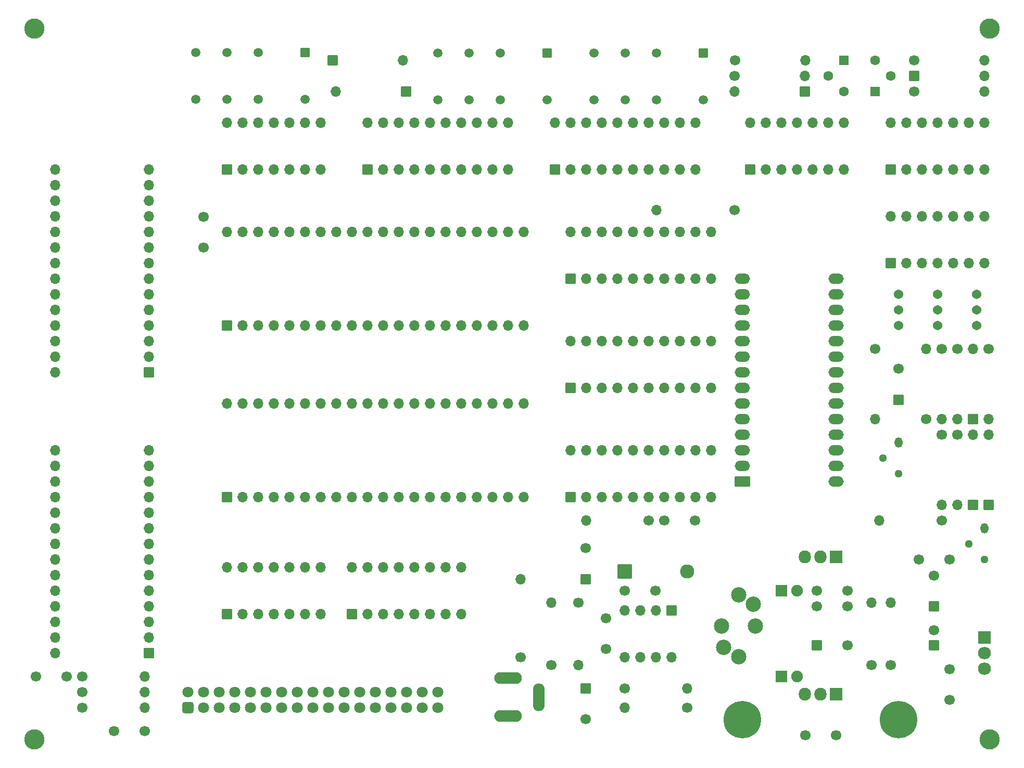
<source format=gts>
G04 #@! TF.GenerationSoftware,KiCad,Pcbnew,6.0.10-86aedd382b~118~ubuntu18.04.1*
G04 #@! TF.CreationDate,2023-11-20T15:15:36+00:00*
G04 #@! TF.ProjectId,micron_plus,6d696372-6f6e-45f7-906c-75732e6b6963,rev?*
G04 #@! TF.SameCoordinates,Original*
G04 #@! TF.FileFunction,Soldermask,Top*
G04 #@! TF.FilePolarity,Negative*
%FSLAX46Y46*%
G04 Gerber Fmt 4.6, Leading zero omitted, Abs format (unit mm)*
G04 Created by KiCad (PCBNEW 6.0.10-86aedd382b~118~ubuntu18.04.1) date 2023-11-20 15:15:36*
%MOMM*%
%LPD*%
G01*
G04 APERTURE LIST*
G04 Aperture macros list*
%AMRoundRect*
0 Rectangle with rounded corners*
0 $1 Rounding radius*
0 $2 $3 $4 $5 $6 $7 $8 $9 X,Y pos of 4 corners*
0 Add a 4 corners polygon primitive as box body*
4,1,4,$2,$3,$4,$5,$6,$7,$8,$9,$2,$3,0*
0 Add four circle primitives for the rounded corners*
1,1,$1+$1,$2,$3*
1,1,$1+$1,$4,$5*
1,1,$1+$1,$6,$7*
1,1,$1+$1,$8,$9*
0 Add four rect primitives between the rounded corners*
20,1,$1+$1,$2,$3,$4,$5,0*
20,1,$1+$1,$4,$5,$6,$7,0*
20,1,$1+$1,$6,$7,$8,$9,0*
20,1,$1+$1,$8,$9,$2,$3,0*%
G04 Aperture macros list end*
%ADD10RoundRect,0.050000X-0.700000X0.700000X-0.700000X-0.700000X0.700000X-0.700000X0.700000X0.700000X0*%
%ADD11C,1.500000*%
%ADD12C,1.540000*%
%ADD13RoundRect,0.050000X0.800000X-0.800000X0.800000X0.800000X-0.800000X0.800000X-0.800000X-0.800000X0*%
%ADD14C,1.700000*%
%ADD15RoundRect,0.050000X-0.800000X0.800000X-0.800000X-0.800000X0.800000X-0.800000X0.800000X0.800000X0*%
%ADD16O,1.700000X1.700000*%
%ADD17RoundRect,0.050000X0.800000X0.800000X-0.800000X0.800000X-0.800000X-0.800000X0.800000X-0.800000X0*%
%ADD18C,3.300000*%
%ADD19RoundRect,0.050000X-1.100000X-1.100000X1.100000X-1.100000X1.100000X1.100000X-1.100000X1.100000X0*%
%ADD20O,2.300000X2.300000*%
%ADD21RoundRect,0.952000X-1.300000X0.000000X1.300000X0.000000X1.300000X0.000000X-1.300000X0.000000X0*%
%ADD22RoundRect,0.952000X0.000000X-1.300000X0.000000X1.300000X0.000000X1.300000X0.000000X-1.300000X0*%
%ADD23RoundRect,0.952000X1.300000X0.000000X-1.300000X0.000000X-1.300000X0.000000X1.300000X0.000000X0*%
%ADD24O,1.300000X1.700000*%
%ADD25O,1.300000X1.300000*%
%ADD26RoundRect,0.050000X0.952500X1.000000X-0.952500X1.000000X-0.952500X-1.000000X0.952500X-1.000000X0*%
%ADD27O,2.005000X2.100000*%
%ADD28RoundRect,0.050000X0.750000X-0.750000X0.750000X0.750000X-0.750000X0.750000X-0.750000X-0.750000X0*%
%ADD29C,1.600000*%
%ADD30RoundRect,0.300000X0.600000X-0.600000X0.600000X0.600000X-0.600000X0.600000X-0.600000X-0.600000X0*%
%ADD31C,1.800000*%
%ADD32RoundRect,0.050000X-0.800000X-0.800000X0.800000X-0.800000X0.800000X0.800000X-0.800000X0.800000X0*%
%ADD33RoundRect,0.050000X-0.750000X0.750000X-0.750000X-0.750000X0.750000X-0.750000X0.750000X0.750000X0*%
%ADD34RoundRect,0.050000X-1.000000X0.952500X-1.000000X-0.952500X1.000000X-0.952500X1.000000X0.952500X0*%
%ADD35O,2.100000X2.005000*%
%ADD36C,6.100000*%
%ADD37C,2.500000*%
%ADD38RoundRect,0.050000X-0.900000X-0.900000X0.900000X-0.900000X0.900000X0.900000X-0.900000X0.900000X0*%
%ADD39C,1.900000*%
%ADD40RoundRect,0.050000X-1.200000X-0.800000X1.200000X-0.800000X1.200000X0.800000X-1.200000X0.800000X0*%
%ADD41O,2.500000X1.700000*%
G04 APERTURE END LIST*
D10*
X128237500Y-29257500D03*
D11*
X120617500Y-29257500D03*
X115537500Y-29257500D03*
X110457500Y-29257500D03*
X110457500Y-36877500D03*
X115537500Y-36877500D03*
X120617500Y-36877500D03*
X128237500Y-36877500D03*
D12*
X198120000Y-68570000D03*
X198120000Y-71110000D03*
X198120000Y-73650000D03*
D13*
X185420000Y-85725000D03*
D14*
X185420000Y-80725000D03*
D15*
X148510000Y-120025000D03*
D16*
X145970000Y-120025000D03*
X143430000Y-120025000D03*
X140890000Y-120025000D03*
X140890000Y-127645000D03*
X143430000Y-127645000D03*
X145970000Y-127645000D03*
X148510000Y-127645000D03*
D14*
X194945000Y-91440000D03*
D16*
X194945000Y-102870000D03*
D10*
X153637500Y-29257500D03*
D11*
X146017500Y-29257500D03*
X140937500Y-29257500D03*
X135857500Y-29257500D03*
X135857500Y-36877500D03*
X140937500Y-36877500D03*
X146017500Y-36877500D03*
X153637500Y-36877500D03*
D14*
X192405000Y-91440000D03*
D16*
X192405000Y-102870000D03*
D17*
X63500000Y-81270000D03*
D16*
X63500000Y-78730000D03*
X63500000Y-76190000D03*
X63500000Y-73650000D03*
X63500000Y-71110000D03*
X63500000Y-68570000D03*
X63500000Y-66030000D03*
X63500000Y-63490000D03*
X63500000Y-60950000D03*
X63500000Y-58410000D03*
X63500000Y-55870000D03*
X63500000Y-53330000D03*
X63500000Y-50790000D03*
X63500000Y-48250000D03*
X48260000Y-48250000D03*
X48260000Y-50790000D03*
X48260000Y-53330000D03*
X48260000Y-55870000D03*
X48260000Y-58410000D03*
X48260000Y-60950000D03*
X48260000Y-63490000D03*
X48260000Y-66030000D03*
X48260000Y-68570000D03*
X48260000Y-71110000D03*
X48260000Y-73650000D03*
X48260000Y-76190000D03*
X48260000Y-78730000D03*
X48260000Y-81270000D03*
D14*
X158750000Y-54864000D03*
D16*
X146050000Y-54864000D03*
D14*
X52665000Y-135890000D03*
D16*
X62825000Y-135890000D03*
D18*
X44890000Y-141080000D03*
D14*
X181610000Y-77470000D03*
D16*
X181610000Y-88900000D03*
D14*
X50085000Y-130810000D03*
X45085000Y-130810000D03*
X172125000Y-116840000D03*
X177125000Y-116840000D03*
X172125000Y-119380000D03*
X177125000Y-119380000D03*
D19*
X140890000Y-113665000D03*
D20*
X151050000Y-113665000D03*
D21*
X121920000Y-131080000D03*
D22*
X126920000Y-134180000D03*
D23*
X121920000Y-137280000D03*
D18*
X200220000Y-25290000D03*
D24*
X185420000Y-92710000D03*
D25*
X182880000Y-95250000D03*
X185420000Y-97790000D03*
D26*
X175260000Y-111323000D03*
D27*
X172720000Y-111323000D03*
X170180000Y-111323000D03*
D13*
X184145000Y-63515000D03*
D16*
X186685000Y-63515000D03*
X189225000Y-63515000D03*
X191765000Y-63515000D03*
X194305000Y-63515000D03*
X196845000Y-63515000D03*
X199385000Y-63515000D03*
X199385000Y-55895000D03*
X196845000Y-55895000D03*
X194305000Y-55895000D03*
X191765000Y-55895000D03*
X189225000Y-55895000D03*
X186685000Y-55895000D03*
X184145000Y-55895000D03*
D14*
X62825000Y-139700000D03*
X57825000Y-139700000D03*
D28*
X181610000Y-35560000D03*
D29*
X184150000Y-33020000D03*
X181610000Y-30480000D03*
D30*
X69850000Y-135890000D03*
D31*
X69850000Y-133350000D03*
X72390000Y-135890000D03*
X72390000Y-133350000D03*
X74930000Y-135890000D03*
X74930000Y-133350000D03*
X77470000Y-135890000D03*
X77470000Y-133350000D03*
X80010000Y-135890000D03*
X80010000Y-133350000D03*
X82550000Y-135890000D03*
X82550000Y-133350000D03*
X85090000Y-135890000D03*
X85090000Y-133350000D03*
X87630000Y-135890000D03*
X87630000Y-133350000D03*
X90170000Y-135890000D03*
X90170000Y-133350000D03*
X92710000Y-135890000D03*
X92710000Y-133350000D03*
X95250000Y-135890000D03*
X95250000Y-133350000D03*
X97790000Y-135890000D03*
X97790000Y-133350000D03*
X100330000Y-135890000D03*
X100330000Y-133350000D03*
X102870000Y-135890000D03*
X102870000Y-133350000D03*
X105410000Y-135890000D03*
X105410000Y-133350000D03*
X107950000Y-135890000D03*
X107950000Y-133350000D03*
X110490000Y-135890000D03*
X110490000Y-133350000D03*
D14*
X52665000Y-133350000D03*
D16*
X62825000Y-133350000D03*
D14*
X187960000Y-35560000D03*
D16*
X199390000Y-35560000D03*
D32*
X172085000Y-125730000D03*
D14*
X177085000Y-125730000D03*
D12*
X185420000Y-68570000D03*
X185420000Y-71110000D03*
X185420000Y-73650000D03*
D14*
X193675000Y-129580000D03*
X193675000Y-134580000D03*
X192405000Y-77470000D03*
D16*
X192405000Y-88900000D03*
D13*
X99060000Y-48260000D03*
D16*
X101600000Y-48260000D03*
X104140000Y-48260000D03*
X106680000Y-48260000D03*
X109220000Y-48260000D03*
X111760000Y-48260000D03*
X114300000Y-48260000D03*
X116840000Y-48260000D03*
X119380000Y-48260000D03*
X121920000Y-48260000D03*
X121920000Y-40640000D03*
X119380000Y-40640000D03*
X116840000Y-40640000D03*
X114300000Y-40640000D03*
X111760000Y-40640000D03*
X109220000Y-40640000D03*
X106680000Y-40640000D03*
X104140000Y-40640000D03*
X101600000Y-40640000D03*
X99060000Y-40640000D03*
D14*
X151050000Y-135890000D03*
D16*
X140890000Y-135890000D03*
D14*
X133350000Y-118745000D03*
D16*
X133350000Y-128905000D03*
D13*
X76200000Y-101600000D03*
D16*
X78740000Y-101600000D03*
X81280000Y-101600000D03*
X83820000Y-101600000D03*
X86360000Y-101600000D03*
X88900000Y-101600000D03*
X91440000Y-101600000D03*
X93980000Y-101600000D03*
X96520000Y-101600000D03*
X99060000Y-101600000D03*
X101600000Y-101600000D03*
X104140000Y-101600000D03*
X106680000Y-101600000D03*
X109220000Y-101600000D03*
X111760000Y-101600000D03*
X114300000Y-101600000D03*
X116840000Y-101600000D03*
X119380000Y-101600000D03*
X121920000Y-101600000D03*
X124460000Y-101600000D03*
X124460000Y-86360000D03*
X121920000Y-86360000D03*
X119380000Y-86360000D03*
X116840000Y-86360000D03*
X114300000Y-86360000D03*
X111760000Y-86360000D03*
X109220000Y-86360000D03*
X106680000Y-86360000D03*
X104140000Y-86360000D03*
X101600000Y-86360000D03*
X99060000Y-86360000D03*
X96520000Y-86360000D03*
X93980000Y-86360000D03*
X91440000Y-86360000D03*
X88900000Y-86360000D03*
X86360000Y-86360000D03*
X83820000Y-86360000D03*
X81280000Y-86360000D03*
X78740000Y-86360000D03*
X76200000Y-86360000D03*
D13*
X76195000Y-48275000D03*
D16*
X78735000Y-48275000D03*
X81275000Y-48275000D03*
X83815000Y-48275000D03*
X86355000Y-48275000D03*
X88895000Y-48275000D03*
X91435000Y-48275000D03*
X91435000Y-40655000D03*
X88895000Y-40655000D03*
X86355000Y-40655000D03*
X83815000Y-40655000D03*
X81275000Y-40655000D03*
X78735000Y-40655000D03*
X76195000Y-40655000D03*
D14*
X193675000Y-111760000D03*
X188675000Y-111760000D03*
D33*
X176530000Y-30480000D03*
D29*
X173990000Y-33020000D03*
X176530000Y-35560000D03*
D14*
X189865000Y-88900000D03*
D16*
X189865000Y-77470000D03*
D14*
X144780000Y-105410000D03*
D16*
X134620000Y-105410000D03*
D13*
X132080000Y-101600000D03*
D16*
X134620000Y-101600000D03*
X137160000Y-101600000D03*
X139700000Y-101600000D03*
X142240000Y-101600000D03*
X144780000Y-101600000D03*
X147320000Y-101600000D03*
X149860000Y-101600000D03*
X152400000Y-101600000D03*
X154940000Y-101600000D03*
X154940000Y-93980000D03*
X152400000Y-93980000D03*
X149860000Y-93980000D03*
X147320000Y-93980000D03*
X144780000Y-93980000D03*
X142240000Y-93980000D03*
X139700000Y-93980000D03*
X137160000Y-93980000D03*
X134620000Y-93980000D03*
X132080000Y-93980000D03*
D13*
X191135000Y-125730000D03*
D14*
X191135000Y-123230000D03*
D17*
X63505000Y-126990000D03*
D16*
X63505000Y-124450000D03*
X63505000Y-121910000D03*
X63505000Y-119370000D03*
X63505000Y-116830000D03*
X63505000Y-114290000D03*
X63505000Y-111750000D03*
X63505000Y-109210000D03*
X63505000Y-106670000D03*
X63505000Y-104130000D03*
X63505000Y-101590000D03*
X63505000Y-99050000D03*
X63505000Y-96510000D03*
X63505000Y-93970000D03*
X48265000Y-93970000D03*
X48265000Y-96510000D03*
X48265000Y-99050000D03*
X48265000Y-101590000D03*
X48265000Y-104130000D03*
X48265000Y-106670000D03*
X48265000Y-109210000D03*
X48265000Y-111750000D03*
X48265000Y-114290000D03*
X48265000Y-116830000D03*
X48265000Y-119370000D03*
X48265000Y-121910000D03*
X48265000Y-124450000D03*
X48265000Y-126990000D03*
D10*
X88900000Y-29210000D03*
D11*
X81280000Y-29210000D03*
X76200000Y-29210000D03*
X71120000Y-29210000D03*
X71120000Y-36830000D03*
X76200000Y-36830000D03*
X81280000Y-36830000D03*
X88900000Y-36830000D03*
D18*
X200220000Y-141080000D03*
D24*
X199390000Y-106680000D03*
D25*
X196850000Y-109220000D03*
X199390000Y-111760000D03*
D13*
X96520000Y-120665000D03*
D16*
X99060000Y-120665000D03*
X101600000Y-120665000D03*
X104140000Y-120665000D03*
X106680000Y-120665000D03*
X109220000Y-120665000D03*
X111760000Y-120665000D03*
X114300000Y-120665000D03*
X114300000Y-113045000D03*
X111760000Y-113045000D03*
X109220000Y-113045000D03*
X106680000Y-113045000D03*
X104140000Y-113045000D03*
X101600000Y-113045000D03*
X99060000Y-113045000D03*
X96520000Y-113045000D03*
D18*
X44890000Y-25290000D03*
D14*
X187960000Y-30480000D03*
D16*
X199390000Y-30480000D03*
D14*
X200025000Y-77470000D03*
D16*
X200025000Y-88900000D03*
D13*
X132080000Y-66040000D03*
D16*
X134620000Y-66040000D03*
X137160000Y-66040000D03*
X139700000Y-66040000D03*
X142240000Y-66040000D03*
X144780000Y-66040000D03*
X147320000Y-66040000D03*
X149860000Y-66040000D03*
X152400000Y-66040000D03*
X154940000Y-66040000D03*
X154940000Y-58420000D03*
X152400000Y-58420000D03*
X149860000Y-58420000D03*
X147320000Y-58420000D03*
X144780000Y-58420000D03*
X142240000Y-58420000D03*
X139700000Y-58420000D03*
X137160000Y-58420000D03*
X134620000Y-58420000D03*
X132080000Y-58420000D03*
D13*
X197485000Y-88900000D03*
D16*
X197485000Y-77470000D03*
D14*
X123952000Y-127635000D03*
D16*
X123952000Y-114935000D03*
D14*
X140890000Y-132715000D03*
D16*
X151050000Y-132715000D03*
D13*
X129545000Y-48275000D03*
D16*
X132085000Y-48275000D03*
X134625000Y-48275000D03*
X137165000Y-48275000D03*
X139705000Y-48275000D03*
X142245000Y-48275000D03*
X144785000Y-48275000D03*
X147325000Y-48275000D03*
X149865000Y-48275000D03*
X152405000Y-48275000D03*
X152405000Y-40655000D03*
X149865000Y-40655000D03*
X147325000Y-40655000D03*
X144785000Y-40655000D03*
X142245000Y-40655000D03*
X139705000Y-40655000D03*
X137165000Y-40655000D03*
X134625000Y-40655000D03*
X132085000Y-40655000D03*
X129545000Y-40655000D03*
D13*
X132080000Y-83820000D03*
D16*
X134620000Y-83820000D03*
X137160000Y-83820000D03*
X139700000Y-83820000D03*
X142240000Y-83820000D03*
X144780000Y-83820000D03*
X147320000Y-83820000D03*
X149860000Y-83820000D03*
X152400000Y-83820000D03*
X154940000Y-83820000D03*
X154940000Y-76200000D03*
X152400000Y-76200000D03*
X149860000Y-76200000D03*
X147320000Y-76200000D03*
X144780000Y-76200000D03*
X142240000Y-76200000D03*
X139700000Y-76200000D03*
X137160000Y-76200000D03*
X134620000Y-76200000D03*
X132080000Y-76200000D03*
D14*
X145890000Y-116840000D03*
X140890000Y-116840000D03*
D32*
X187960000Y-33020000D03*
D16*
X199390000Y-33020000D03*
D13*
X76200000Y-73660000D03*
D16*
X78740000Y-73660000D03*
X81280000Y-73660000D03*
X83820000Y-73660000D03*
X86360000Y-73660000D03*
X88900000Y-73660000D03*
X91440000Y-73660000D03*
X93980000Y-73660000D03*
X96520000Y-73660000D03*
X99060000Y-73660000D03*
X101600000Y-73660000D03*
X104140000Y-73660000D03*
X106680000Y-73660000D03*
X109220000Y-73660000D03*
X111760000Y-73660000D03*
X114300000Y-73660000D03*
X116840000Y-73660000D03*
X119380000Y-73660000D03*
X121920000Y-73660000D03*
X124460000Y-73660000D03*
X124460000Y-58420000D03*
X121920000Y-58420000D03*
X119380000Y-58420000D03*
X116840000Y-58420000D03*
X114300000Y-58420000D03*
X111760000Y-58420000D03*
X109220000Y-58420000D03*
X106680000Y-58420000D03*
X104140000Y-58420000D03*
X101600000Y-58420000D03*
X99060000Y-58420000D03*
X96520000Y-58420000D03*
X93980000Y-58420000D03*
X91440000Y-58420000D03*
X88900000Y-58420000D03*
X86360000Y-58420000D03*
X83820000Y-58420000D03*
X81280000Y-58420000D03*
X78740000Y-58420000D03*
X76200000Y-58420000D03*
D13*
X200025000Y-102870000D03*
D16*
X200025000Y-91440000D03*
D14*
X175220000Y-140335000D03*
X170220000Y-140335000D03*
X194945000Y-77470000D03*
D16*
X194945000Y-88900000D03*
D14*
X52665000Y-130810000D03*
D16*
X62825000Y-130810000D03*
D14*
X180975000Y-128905000D03*
D16*
X180975000Y-118745000D03*
D14*
X147320000Y-105410000D03*
X152320000Y-105410000D03*
X72390000Y-55920000D03*
X72390000Y-60920000D03*
X184150000Y-128905000D03*
D16*
X184150000Y-118745000D03*
D14*
X158810000Y-30480000D03*
D16*
X170240000Y-30480000D03*
D13*
X197485000Y-102870000D03*
D16*
X197485000Y-91440000D03*
D17*
X105320000Y-35560000D03*
D16*
X93890000Y-35560000D03*
D14*
X128905000Y-128905000D03*
D16*
X128905000Y-118745000D03*
D17*
X170180000Y-35560000D03*
D16*
X158750000Y-35560000D03*
D34*
X199390000Y-124460000D03*
D35*
X199390000Y-127000000D03*
X199390000Y-129540000D03*
D13*
X184145000Y-48275000D03*
D16*
X186685000Y-48275000D03*
X189225000Y-48275000D03*
X191765000Y-48275000D03*
X194305000Y-48275000D03*
X196845000Y-48275000D03*
X199385000Y-48275000D03*
X199385000Y-40655000D03*
X196845000Y-40655000D03*
X194305000Y-40655000D03*
X191765000Y-40655000D03*
X189225000Y-40655000D03*
X186685000Y-40655000D03*
X184145000Y-40655000D03*
D13*
X76195000Y-120665000D03*
D16*
X78735000Y-120665000D03*
X81275000Y-120665000D03*
X83815000Y-120665000D03*
X86355000Y-120665000D03*
X88895000Y-120665000D03*
X91435000Y-120665000D03*
X91435000Y-113045000D03*
X88895000Y-113045000D03*
X86355000Y-113045000D03*
X83815000Y-113045000D03*
X81275000Y-113045000D03*
X78735000Y-113045000D03*
X76195000Y-113045000D03*
D12*
X191770000Y-68570000D03*
X191770000Y-71110000D03*
X191770000Y-73650000D03*
D14*
X158750000Y-33020000D03*
D16*
X170180000Y-33020000D03*
D32*
X93390000Y-30480000D03*
D16*
X104820000Y-30480000D03*
D13*
X134540000Y-114935000D03*
D14*
X134540000Y-109935000D03*
X137795000Y-126325000D03*
X137795000Y-121325000D03*
D36*
X185420000Y-137795000D03*
X160020000Y-137795000D03*
D15*
X134540000Y-132715000D03*
D14*
X134540000Y-137715000D03*
D13*
X161285000Y-48275000D03*
D16*
X163825000Y-48275000D03*
X166365000Y-48275000D03*
X168905000Y-48275000D03*
X171445000Y-48275000D03*
X173985000Y-48275000D03*
X176525000Y-48275000D03*
X176525000Y-40655000D03*
X173985000Y-40655000D03*
X171445000Y-40655000D03*
X168905000Y-40655000D03*
X166365000Y-40655000D03*
X163825000Y-40655000D03*
X161285000Y-40655000D03*
D14*
X192405000Y-105410000D03*
D16*
X182245000Y-105410000D03*
D37*
X156985000Y-126055000D03*
X156635000Y-122555000D03*
X159385000Y-127555000D03*
X159385000Y-117555000D03*
X162135000Y-122555000D03*
X161785000Y-119055000D03*
D26*
X175260000Y-133675000D03*
D27*
X172720000Y-133675000D03*
X170180000Y-133675000D03*
D13*
X191135000Y-119340000D03*
D14*
X191135000Y-114340000D03*
D38*
X166370000Y-116840000D03*
D39*
X168910000Y-116840000D03*
D40*
X160020000Y-99060000D03*
D41*
X160020000Y-96520000D03*
X160020000Y-93980000D03*
X160020000Y-91440000D03*
X160020000Y-88900000D03*
X160020000Y-86360000D03*
X160020000Y-83820000D03*
X160020000Y-81280000D03*
X160020000Y-78740000D03*
X160020000Y-76200000D03*
X160020000Y-73660000D03*
X160020000Y-71120000D03*
X160020000Y-68580000D03*
X160020000Y-66040000D03*
X175260000Y-66040000D03*
X175260000Y-68580000D03*
X175260000Y-71120000D03*
X175260000Y-73660000D03*
X175260000Y-76200000D03*
X175260000Y-78740000D03*
X175260000Y-81280000D03*
X175260000Y-83820000D03*
X175260000Y-86360000D03*
X175260000Y-88900000D03*
X175260000Y-91440000D03*
X175260000Y-93980000D03*
X175260000Y-96520000D03*
X175260000Y-99060000D03*
D38*
X166370000Y-130810000D03*
D39*
X168910000Y-130810000D03*
M02*

</source>
